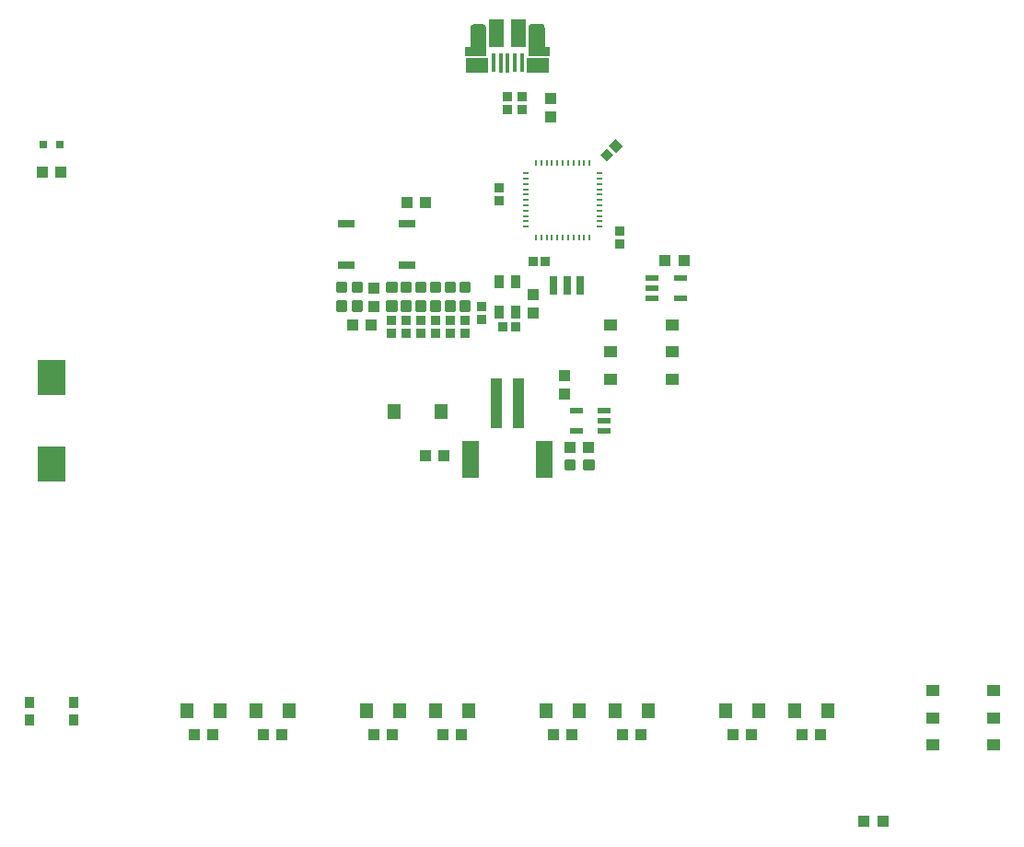
<source format=gtp>
G75*
%MOIN*%
%OFA0B0*%
%FSLAX25Y25*%
%IPPOS*%
%LPD*%
%AMOC8*
5,1,8,0,0,1.08239X$1,22.5*
%
%ADD10R,0.04724X0.02165*%
%ADD11C,0.01181*%
%ADD12R,0.04331X0.03937*%
%ADD13R,0.04528X0.03937*%
%ADD14R,0.06000X0.03000*%
%ADD15R,0.03937X0.04331*%
%ADD16R,0.03543X0.03346*%
%ADD17R,0.03346X0.03543*%
%ADD18R,0.02756X0.06693*%
%ADD19R,0.05000X0.05787*%
%ADD20R,0.00900X0.02150*%
%ADD21R,0.02150X0.00900*%
%ADD22R,0.07874X0.05748*%
%ADD23R,0.05610X0.09843*%
%ADD24C,0.03937*%
%ADD25C,0.04331*%
%ADD26C,0.00197*%
%ADD27R,0.03937X0.18110*%
%ADD28R,0.06299X0.13386*%
%ADD29R,0.09843X0.12598*%
%ADD30R,0.03150X0.03150*%
%ADD31R,0.04724X0.05512*%
%ADD32R,0.03543X0.03937*%
%ADD33R,0.03543X0.04724*%
D10*
X0287477Y0427660D03*
X0287477Y0435140D03*
X0297714Y0435140D03*
X0297714Y0431400D03*
X0297714Y0427660D03*
X0314977Y0475660D03*
X0314977Y0479400D03*
X0314977Y0483140D03*
X0325214Y0483140D03*
X0325214Y0475660D03*
D11*
X0290670Y0416778D02*
X0290670Y0414022D01*
X0290670Y0416778D02*
X0293426Y0416778D01*
X0293426Y0414022D01*
X0290670Y0414022D01*
X0290670Y0415202D02*
X0293426Y0415202D01*
X0293426Y0416382D02*
X0290670Y0416382D01*
X0283764Y0416778D02*
X0283764Y0414022D01*
X0283764Y0416778D02*
X0286520Y0416778D01*
X0286520Y0414022D01*
X0283764Y0414022D01*
X0283764Y0415202D02*
X0286520Y0415202D01*
X0286520Y0416382D02*
X0283764Y0416382D01*
X0248661Y0471569D02*
X0245905Y0471569D01*
X0245905Y0474325D01*
X0248661Y0474325D01*
X0248661Y0471569D01*
X0248661Y0472749D02*
X0245905Y0472749D01*
X0245905Y0473929D02*
X0248661Y0473929D01*
X0248661Y0478475D02*
X0245905Y0478475D01*
X0245905Y0481231D01*
X0248661Y0481231D01*
X0248661Y0478475D01*
X0248661Y0479655D02*
X0245905Y0479655D01*
X0245905Y0480835D02*
X0248661Y0480835D01*
X0243348Y0478475D02*
X0240592Y0478475D01*
X0240592Y0481231D01*
X0243348Y0481231D01*
X0243348Y0478475D01*
X0243348Y0479655D02*
X0240592Y0479655D01*
X0240592Y0480835D02*
X0243348Y0480835D01*
X0243348Y0471569D02*
X0240592Y0471569D01*
X0240592Y0474325D01*
X0243348Y0474325D01*
X0243348Y0471569D01*
X0243348Y0472749D02*
X0240592Y0472749D01*
X0240592Y0473929D02*
X0243348Y0473929D01*
X0238036Y0471569D02*
X0235280Y0471569D01*
X0235280Y0474325D01*
X0238036Y0474325D01*
X0238036Y0471569D01*
X0238036Y0472749D02*
X0235280Y0472749D01*
X0235280Y0473929D02*
X0238036Y0473929D01*
X0238036Y0478475D02*
X0235280Y0478475D01*
X0235280Y0481231D01*
X0238036Y0481231D01*
X0238036Y0478475D01*
X0238036Y0479655D02*
X0235280Y0479655D01*
X0235280Y0480835D02*
X0238036Y0480835D01*
X0232723Y0478475D02*
X0229967Y0478475D01*
X0229967Y0481231D01*
X0232723Y0481231D01*
X0232723Y0478475D01*
X0232723Y0479655D02*
X0229967Y0479655D01*
X0229967Y0480835D02*
X0232723Y0480835D01*
X0232723Y0471569D02*
X0229967Y0471569D01*
X0229967Y0474325D01*
X0232723Y0474325D01*
X0232723Y0471569D01*
X0232723Y0472749D02*
X0229967Y0472749D01*
X0229967Y0473929D02*
X0232723Y0473929D01*
X0227411Y0471569D02*
X0224655Y0471569D01*
X0224655Y0474325D01*
X0227411Y0474325D01*
X0227411Y0471569D01*
X0227411Y0472749D02*
X0224655Y0472749D01*
X0224655Y0473929D02*
X0227411Y0473929D01*
X0227411Y0478475D02*
X0224655Y0478475D01*
X0224655Y0481231D01*
X0227411Y0481231D01*
X0227411Y0478475D01*
X0227411Y0479655D02*
X0224655Y0479655D01*
X0224655Y0480835D02*
X0227411Y0480835D01*
X0222098Y0478475D02*
X0219342Y0478475D01*
X0219342Y0481231D01*
X0222098Y0481231D01*
X0222098Y0478475D01*
X0222098Y0479655D02*
X0219342Y0479655D01*
X0219342Y0480835D02*
X0222098Y0480835D01*
X0222098Y0471569D02*
X0219342Y0471569D01*
X0219342Y0474325D01*
X0222098Y0474325D01*
X0222098Y0471569D01*
X0222098Y0472749D02*
X0219342Y0472749D01*
X0219342Y0473929D02*
X0222098Y0473929D01*
X0209598Y0474325D02*
X0206842Y0474325D01*
X0209598Y0474325D02*
X0209598Y0471569D01*
X0206842Y0471569D01*
X0206842Y0474325D01*
X0206842Y0472749D02*
X0209598Y0472749D01*
X0209598Y0473929D02*
X0206842Y0473929D01*
X0203973Y0474325D02*
X0201217Y0474325D01*
X0203973Y0474325D02*
X0203973Y0471569D01*
X0201217Y0471569D01*
X0201217Y0474325D01*
X0201217Y0472749D02*
X0203973Y0472749D01*
X0203973Y0473929D02*
X0201217Y0473929D01*
X0201217Y0481231D02*
X0203973Y0481231D01*
X0203973Y0478475D01*
X0201217Y0478475D01*
X0201217Y0481231D01*
X0201217Y0479655D02*
X0203973Y0479655D01*
X0203973Y0480835D02*
X0201217Y0480835D01*
X0206842Y0481231D02*
X0209598Y0481231D01*
X0209598Y0478475D01*
X0206842Y0478475D01*
X0206842Y0481231D01*
X0206842Y0479655D02*
X0209598Y0479655D01*
X0209598Y0480835D02*
X0206842Y0480835D01*
D12*
X0149249Y0317650D03*
X0155942Y0317650D03*
X0174249Y0317650D03*
X0180942Y0317650D03*
X0214249Y0317650D03*
X0220942Y0317650D03*
X0239249Y0317650D03*
X0245942Y0317650D03*
X0279249Y0317650D03*
X0285942Y0317650D03*
X0304249Y0317650D03*
X0310942Y0317650D03*
X0344249Y0317650D03*
X0350942Y0317650D03*
X0369249Y0317650D03*
X0375942Y0317650D03*
X0391749Y0286400D03*
X0398442Y0286400D03*
X0291942Y0421900D03*
X0285249Y0421900D03*
X0239692Y0418900D03*
X0232999Y0418900D03*
X0213129Y0466087D03*
X0206436Y0466087D03*
X0226155Y0510306D03*
X0232848Y0510306D03*
X0319749Y0489400D03*
X0326442Y0489400D03*
X0100942Y0521400D03*
X0094249Y0521400D03*
D13*
X0299973Y0466243D03*
X0299973Y0456400D03*
X0299973Y0446557D03*
X0322217Y0446557D03*
X0322217Y0456400D03*
X0322217Y0466243D03*
X0416473Y0333743D03*
X0416473Y0323900D03*
X0416473Y0314057D03*
X0438717Y0314057D03*
X0438717Y0323900D03*
X0438717Y0333743D03*
D14*
X0226095Y0487900D03*
X0226095Y0502900D03*
X0204095Y0502900D03*
X0204095Y0487900D03*
D15*
X0214158Y0479434D03*
X0214158Y0472741D03*
X0271970Y0470554D03*
X0271970Y0477246D03*
X0283095Y0447746D03*
X0283095Y0441054D03*
X0278095Y0541554D03*
X0278095Y0548246D03*
D16*
X0267845Y0548683D03*
X0267845Y0544117D03*
X0262658Y0544117D03*
X0262658Y0548683D03*
X0259595Y0515683D03*
X0259595Y0511117D03*
X0253220Y0472746D03*
X0253220Y0468179D03*
X0247283Y0467746D03*
X0247283Y0463179D03*
X0241970Y0463179D03*
X0241970Y0467746D03*
X0236658Y0467746D03*
X0236658Y0463179D03*
X0231345Y0463179D03*
X0231345Y0467746D03*
X0226033Y0467746D03*
X0226033Y0463179D03*
X0220720Y0463179D03*
X0220720Y0467746D03*
X0303095Y0495617D03*
X0303095Y0500183D03*
D17*
G36*
X0301040Y0527654D02*
X0298674Y0525288D01*
X0296170Y0527792D01*
X0298536Y0530158D01*
X0301040Y0527654D01*
G37*
G36*
X0304270Y0530883D02*
X0301904Y0528517D01*
X0299400Y0531021D01*
X0301766Y0533387D01*
X0304270Y0530883D01*
G37*
X0276379Y0489088D03*
X0271812Y0489088D03*
X0265504Y0465462D03*
X0260937Y0465462D03*
D18*
X0279371Y0480400D03*
X0284095Y0480400D03*
X0288820Y0480400D03*
D19*
X0238560Y0434900D03*
X0221631Y0434900D03*
D20*
X0272920Y0497925D03*
X0274895Y0497925D03*
X0276770Y0497925D03*
X0278745Y0497925D03*
X0280620Y0497925D03*
X0282595Y0497925D03*
X0284570Y0497925D03*
X0286445Y0497925D03*
X0288420Y0497925D03*
X0290295Y0497925D03*
X0292270Y0497925D03*
X0292270Y0524875D03*
X0290295Y0524875D03*
X0288420Y0524875D03*
X0286445Y0524875D03*
X0284570Y0524875D03*
X0282595Y0524875D03*
X0280620Y0524875D03*
X0278745Y0524875D03*
X0276770Y0524875D03*
X0274895Y0524875D03*
X0272920Y0524875D03*
D21*
X0269120Y0521075D03*
X0269120Y0519100D03*
X0269120Y0517225D03*
X0269120Y0515250D03*
X0269120Y0513375D03*
X0269120Y0511400D03*
X0269120Y0509425D03*
X0269120Y0507550D03*
X0269120Y0505575D03*
X0269120Y0503700D03*
X0269120Y0501725D03*
X0296070Y0501725D03*
X0296070Y0503700D03*
X0296070Y0505575D03*
X0296070Y0507550D03*
X0296070Y0509425D03*
X0296070Y0511400D03*
X0296070Y0513375D03*
X0296070Y0515250D03*
X0296070Y0517225D03*
X0296070Y0519100D03*
X0296070Y0521075D03*
D22*
X0273593Y0560077D03*
X0251449Y0560077D03*
D23*
X0258673Y0571722D03*
X0266448Y0571711D03*
D24*
X0271918Y0560676D02*
X0271918Y0559494D01*
X0271918Y0560676D02*
X0271918Y0560676D01*
X0271918Y0559494D01*
X0271918Y0559494D01*
X0252802Y0559534D02*
X0252802Y0560716D01*
X0252802Y0560716D01*
X0252802Y0559534D01*
X0252802Y0559534D01*
D25*
X0251960Y0570108D02*
X0251960Y0571684D01*
X0251960Y0571684D01*
X0251960Y0570108D01*
X0251960Y0570108D01*
X0273062Y0570115D02*
X0273062Y0571691D01*
X0273062Y0571691D01*
X0273062Y0570115D01*
X0273062Y0570115D01*
D26*
X0275765Y0570174D02*
X0270265Y0570174D01*
X0270265Y0570369D02*
X0275765Y0570369D01*
X0275765Y0570564D02*
X0270265Y0570564D01*
X0270265Y0570760D02*
X0275765Y0570760D01*
X0275765Y0570955D02*
X0270265Y0570955D01*
X0270265Y0571150D02*
X0275765Y0571150D01*
X0275765Y0571346D02*
X0270265Y0571346D01*
X0270265Y0571541D02*
X0275765Y0571541D01*
X0275765Y0571737D02*
X0270265Y0571737D01*
X0270265Y0571932D02*
X0275765Y0571932D01*
X0275765Y0572127D02*
X0270265Y0572127D01*
X0270265Y0572323D02*
X0275765Y0572323D01*
X0275765Y0572518D02*
X0270265Y0572518D01*
X0270265Y0572713D02*
X0275765Y0572713D01*
X0275765Y0572909D02*
X0270265Y0572909D01*
X0270265Y0573104D02*
X0275765Y0573104D01*
X0275765Y0573299D02*
X0270265Y0573299D01*
X0270265Y0573495D02*
X0275765Y0573495D01*
X0275765Y0573690D02*
X0270265Y0573690D01*
X0270265Y0573820D02*
X0270298Y0574109D01*
X0270394Y0574384D01*
X0270549Y0574631D01*
X0270755Y0574836D01*
X0271001Y0574991D01*
X0271276Y0575087D01*
X0271565Y0575120D01*
X0274565Y0575120D01*
X0274832Y0575090D01*
X0275086Y0575001D01*
X0275313Y0574858D01*
X0275503Y0574668D01*
X0275646Y0574441D01*
X0275735Y0574187D01*
X0275765Y0573920D01*
X0275765Y0567020D01*
X0275773Y0566982D01*
X0275794Y0566949D01*
X0275827Y0566928D01*
X0275865Y0566920D01*
X0277665Y0566920D01*
X0277665Y0563720D01*
X0270265Y0563720D01*
X0270265Y0573820D01*
X0270273Y0573885D02*
X0275765Y0573885D01*
X0275747Y0574081D02*
X0270295Y0574081D01*
X0270356Y0574276D02*
X0275704Y0574276D01*
X0275627Y0574472D02*
X0270449Y0574472D01*
X0270585Y0574667D02*
X0275504Y0574667D01*
X0275307Y0574862D02*
X0270796Y0574862D01*
X0271191Y0575058D02*
X0274924Y0575058D01*
X0275765Y0569978D02*
X0270265Y0569978D01*
X0270265Y0569783D02*
X0275765Y0569783D01*
X0275765Y0569588D02*
X0270265Y0569588D01*
X0270265Y0569392D02*
X0275765Y0569392D01*
X0275765Y0569197D02*
X0270265Y0569197D01*
X0270265Y0569001D02*
X0275765Y0569001D01*
X0275765Y0568806D02*
X0270265Y0568806D01*
X0270265Y0568611D02*
X0275765Y0568611D01*
X0275765Y0568415D02*
X0270265Y0568415D01*
X0270265Y0568220D02*
X0275765Y0568220D01*
X0275765Y0568025D02*
X0270265Y0568025D01*
X0270265Y0567829D02*
X0275765Y0567829D01*
X0275765Y0567634D02*
X0270265Y0567634D01*
X0270265Y0567439D02*
X0275765Y0567439D01*
X0275765Y0567243D02*
X0270265Y0567243D01*
X0270265Y0567048D02*
X0275765Y0567048D01*
X0277665Y0566852D02*
X0270265Y0566852D01*
X0270265Y0566657D02*
X0277665Y0566657D01*
X0277665Y0566462D02*
X0270265Y0566462D01*
X0270265Y0566266D02*
X0277665Y0566266D01*
X0277665Y0566071D02*
X0270265Y0566071D01*
X0270265Y0565876D02*
X0277665Y0565876D01*
X0277665Y0565680D02*
X0270265Y0565680D01*
X0270265Y0565485D02*
X0277665Y0565485D01*
X0277665Y0565290D02*
X0270265Y0565290D01*
X0270265Y0565094D02*
X0277665Y0565094D01*
X0277665Y0564899D02*
X0270265Y0564899D01*
X0270265Y0564703D02*
X0277665Y0564703D01*
X0277665Y0564508D02*
X0270265Y0564508D01*
X0270265Y0564313D02*
X0277665Y0564313D01*
X0277665Y0564117D02*
X0270265Y0564117D01*
X0270265Y0563922D02*
X0277665Y0563922D01*
X0277665Y0563727D02*
X0270265Y0563727D01*
X0268101Y0563727D02*
X0267117Y0563727D01*
X0267117Y0563922D02*
X0268101Y0563922D01*
X0268101Y0564117D02*
X0267117Y0564117D01*
X0267117Y0564313D02*
X0268101Y0564313D01*
X0268101Y0564377D02*
X0268101Y0557959D01*
X0267117Y0557959D01*
X0267117Y0564377D01*
X0268101Y0564377D01*
X0268101Y0563531D02*
X0267117Y0563531D01*
X0267117Y0563336D02*
X0268101Y0563336D01*
X0268101Y0563141D02*
X0267117Y0563141D01*
X0267117Y0562945D02*
X0268101Y0562945D01*
X0268101Y0562750D02*
X0267117Y0562750D01*
X0267117Y0562555D02*
X0268101Y0562555D01*
X0268101Y0562359D02*
X0267117Y0562359D01*
X0267117Y0562164D02*
X0268101Y0562164D01*
X0268101Y0561968D02*
X0267117Y0561968D01*
X0267117Y0561773D02*
X0268101Y0561773D01*
X0268101Y0561578D02*
X0267117Y0561578D01*
X0267117Y0561382D02*
X0268101Y0561382D01*
X0268101Y0561187D02*
X0267117Y0561187D01*
X0267117Y0560992D02*
X0268101Y0560992D01*
X0268101Y0560796D02*
X0267117Y0560796D01*
X0267117Y0560601D02*
X0268101Y0560601D01*
X0268101Y0560406D02*
X0267117Y0560406D01*
X0267117Y0560210D02*
X0268101Y0560210D01*
X0268101Y0560015D02*
X0267117Y0560015D01*
X0267117Y0559819D02*
X0268101Y0559819D01*
X0268101Y0559624D02*
X0267117Y0559624D01*
X0267117Y0559429D02*
X0268101Y0559429D01*
X0268101Y0559233D02*
X0267117Y0559233D01*
X0267117Y0559038D02*
X0268101Y0559038D01*
X0268101Y0558843D02*
X0267117Y0558843D01*
X0267117Y0558647D02*
X0268101Y0558647D01*
X0268101Y0558452D02*
X0267117Y0558452D01*
X0267117Y0558257D02*
X0268101Y0558257D01*
X0268101Y0558061D02*
X0267117Y0558061D01*
X0265582Y0558061D02*
X0264597Y0558061D01*
X0264597Y0557959D02*
X0264597Y0564377D01*
X0265582Y0564377D01*
X0265582Y0557959D01*
X0264597Y0557959D01*
X0264597Y0558257D02*
X0265582Y0558257D01*
X0265582Y0558452D02*
X0264597Y0558452D01*
X0264597Y0558647D02*
X0265582Y0558647D01*
X0265582Y0558843D02*
X0264597Y0558843D01*
X0264597Y0559038D02*
X0265582Y0559038D01*
X0265582Y0559233D02*
X0264597Y0559233D01*
X0264597Y0559429D02*
X0265582Y0559429D01*
X0265582Y0559624D02*
X0264597Y0559624D01*
X0264597Y0559819D02*
X0265582Y0559819D01*
X0265582Y0560015D02*
X0264597Y0560015D01*
X0264597Y0560210D02*
X0265582Y0560210D01*
X0265582Y0560406D02*
X0264597Y0560406D01*
X0264597Y0560601D02*
X0265582Y0560601D01*
X0265582Y0560796D02*
X0264597Y0560796D01*
X0264597Y0560992D02*
X0265582Y0560992D01*
X0265582Y0561187D02*
X0264597Y0561187D01*
X0264597Y0561382D02*
X0265582Y0561382D01*
X0265582Y0561578D02*
X0264597Y0561578D01*
X0264597Y0561773D02*
X0265582Y0561773D01*
X0265582Y0561968D02*
X0264597Y0561968D01*
X0264597Y0562164D02*
X0265582Y0562164D01*
X0265582Y0562359D02*
X0264597Y0562359D01*
X0264597Y0562555D02*
X0265582Y0562555D01*
X0265582Y0562750D02*
X0264597Y0562750D01*
X0264597Y0562945D02*
X0265582Y0562945D01*
X0265582Y0563141D02*
X0264597Y0563141D01*
X0264597Y0563336D02*
X0265582Y0563336D01*
X0265582Y0563531D02*
X0264597Y0563531D01*
X0264597Y0563727D02*
X0265582Y0563727D01*
X0265582Y0563922D02*
X0264597Y0563922D01*
X0264597Y0564117D02*
X0265582Y0564117D01*
X0265582Y0564313D02*
X0264597Y0564313D01*
X0263023Y0564313D02*
X0262038Y0564313D01*
X0262038Y0564337D02*
X0263023Y0564337D01*
X0263023Y0557920D01*
X0262038Y0557920D01*
X0262038Y0564337D01*
X0262038Y0564117D02*
X0263023Y0564117D01*
X0263023Y0563922D02*
X0262038Y0563922D01*
X0262038Y0563727D02*
X0263023Y0563727D01*
X0263023Y0563531D02*
X0262038Y0563531D01*
X0262038Y0563336D02*
X0263023Y0563336D01*
X0263023Y0563141D02*
X0262038Y0563141D01*
X0262038Y0562945D02*
X0263023Y0562945D01*
X0263023Y0562750D02*
X0262038Y0562750D01*
X0262038Y0562555D02*
X0263023Y0562555D01*
X0263023Y0562359D02*
X0262038Y0562359D01*
X0262038Y0562164D02*
X0263023Y0562164D01*
X0263023Y0561968D02*
X0262038Y0561968D01*
X0262038Y0561773D02*
X0263023Y0561773D01*
X0263023Y0561578D02*
X0262038Y0561578D01*
X0262038Y0561382D02*
X0263023Y0561382D01*
X0263023Y0561187D02*
X0262038Y0561187D01*
X0262038Y0560992D02*
X0263023Y0560992D01*
X0263023Y0560796D02*
X0262038Y0560796D01*
X0262038Y0560601D02*
X0263023Y0560601D01*
X0263023Y0560406D02*
X0262038Y0560406D01*
X0262038Y0560210D02*
X0263023Y0560210D01*
X0263023Y0560015D02*
X0262038Y0560015D01*
X0262038Y0559819D02*
X0263023Y0559819D01*
X0263023Y0559624D02*
X0262038Y0559624D01*
X0262038Y0559429D02*
X0263023Y0559429D01*
X0263023Y0559233D02*
X0262038Y0559233D01*
X0262038Y0559038D02*
X0263023Y0559038D01*
X0263023Y0558843D02*
X0262038Y0558843D01*
X0262038Y0558647D02*
X0263023Y0558647D01*
X0263023Y0558452D02*
X0262038Y0558452D01*
X0262038Y0558257D02*
X0263023Y0558257D01*
X0263023Y0558061D02*
X0262038Y0558061D01*
X0260424Y0558061D02*
X0259440Y0558061D01*
X0259440Y0557920D02*
X0259440Y0564337D01*
X0260424Y0564337D01*
X0260424Y0557920D01*
X0259440Y0557920D01*
X0259440Y0558257D02*
X0260424Y0558257D01*
X0260424Y0558452D02*
X0259440Y0558452D01*
X0259440Y0558647D02*
X0260424Y0558647D01*
X0260424Y0558843D02*
X0259440Y0558843D01*
X0259440Y0559038D02*
X0260424Y0559038D01*
X0260424Y0559233D02*
X0259440Y0559233D01*
X0259440Y0559429D02*
X0260424Y0559429D01*
X0260424Y0559624D02*
X0259440Y0559624D01*
X0259440Y0559819D02*
X0260424Y0559819D01*
X0260424Y0560015D02*
X0259440Y0560015D01*
X0259440Y0560210D02*
X0260424Y0560210D01*
X0260424Y0560406D02*
X0259440Y0560406D01*
X0259440Y0560601D02*
X0260424Y0560601D01*
X0260424Y0560796D02*
X0259440Y0560796D01*
X0259440Y0560992D02*
X0260424Y0560992D01*
X0260424Y0561187D02*
X0259440Y0561187D01*
X0259440Y0561382D02*
X0260424Y0561382D01*
X0260424Y0561578D02*
X0259440Y0561578D01*
X0259440Y0561773D02*
X0260424Y0561773D01*
X0260424Y0561968D02*
X0259440Y0561968D01*
X0259440Y0562164D02*
X0260424Y0562164D01*
X0260424Y0562359D02*
X0259440Y0562359D01*
X0259440Y0562555D02*
X0260424Y0562555D01*
X0260424Y0562750D02*
X0259440Y0562750D01*
X0259440Y0562945D02*
X0260424Y0562945D01*
X0260424Y0563141D02*
X0259440Y0563141D01*
X0259440Y0563336D02*
X0260424Y0563336D01*
X0260424Y0563531D02*
X0259440Y0563531D01*
X0259440Y0563727D02*
X0260424Y0563727D01*
X0260424Y0563922D02*
X0259440Y0563922D01*
X0259440Y0564117D02*
X0260424Y0564117D01*
X0260424Y0564313D02*
X0259440Y0564313D01*
X0257865Y0564313D02*
X0256881Y0564313D01*
X0256881Y0564377D02*
X0257865Y0564377D01*
X0257865Y0557959D01*
X0256881Y0557959D01*
X0256881Y0564377D01*
X0256881Y0564117D02*
X0257865Y0564117D01*
X0257865Y0563922D02*
X0256881Y0563922D01*
X0256881Y0563727D02*
X0257865Y0563727D01*
X0257865Y0563531D02*
X0256881Y0563531D01*
X0256881Y0563336D02*
X0257865Y0563336D01*
X0257865Y0563141D02*
X0256881Y0563141D01*
X0256881Y0562945D02*
X0257865Y0562945D01*
X0257865Y0562750D02*
X0256881Y0562750D01*
X0256881Y0562555D02*
X0257865Y0562555D01*
X0257865Y0562359D02*
X0256881Y0562359D01*
X0256881Y0562164D02*
X0257865Y0562164D01*
X0257865Y0561968D02*
X0256881Y0561968D01*
X0256881Y0561773D02*
X0257865Y0561773D01*
X0257865Y0561578D02*
X0256881Y0561578D01*
X0256881Y0561382D02*
X0257865Y0561382D01*
X0257865Y0561187D02*
X0256881Y0561187D01*
X0256881Y0560992D02*
X0257865Y0560992D01*
X0257865Y0560796D02*
X0256881Y0560796D01*
X0256881Y0560601D02*
X0257865Y0560601D01*
X0257865Y0560406D02*
X0256881Y0560406D01*
X0256881Y0560210D02*
X0257865Y0560210D01*
X0257865Y0560015D02*
X0256881Y0560015D01*
X0256881Y0559819D02*
X0257865Y0559819D01*
X0257865Y0559624D02*
X0256881Y0559624D01*
X0256881Y0559429D02*
X0257865Y0559429D01*
X0257865Y0559233D02*
X0256881Y0559233D01*
X0256881Y0559038D02*
X0257865Y0559038D01*
X0257865Y0558843D02*
X0256881Y0558843D01*
X0256881Y0558647D02*
X0257865Y0558647D01*
X0257865Y0558452D02*
X0256881Y0558452D01*
X0256881Y0558257D02*
X0257865Y0558257D01*
X0257865Y0558061D02*
X0256881Y0558061D01*
X0254665Y0563720D02*
X0254665Y0573720D01*
X0254633Y0574009D01*
X0254536Y0574284D01*
X0254382Y0574531D01*
X0254176Y0574736D01*
X0253929Y0574891D01*
X0253654Y0574987D01*
X0253365Y0575020D01*
X0250465Y0575020D01*
X0250198Y0574990D01*
X0249944Y0574901D01*
X0249717Y0574758D01*
X0249527Y0574568D01*
X0249384Y0574341D01*
X0249295Y0574087D01*
X0249265Y0573820D01*
X0249265Y0566920D01*
X0249258Y0566882D01*
X0249236Y0566849D01*
X0249203Y0566828D01*
X0249165Y0566820D01*
X0247265Y0566820D01*
X0247265Y0563720D01*
X0254665Y0563720D01*
X0254665Y0563727D02*
X0247265Y0563727D01*
X0247265Y0563922D02*
X0254665Y0563922D01*
X0254665Y0564117D02*
X0247265Y0564117D01*
X0247265Y0564313D02*
X0254665Y0564313D01*
X0254665Y0564508D02*
X0247265Y0564508D01*
X0247265Y0564703D02*
X0254665Y0564703D01*
X0254665Y0564899D02*
X0247265Y0564899D01*
X0247265Y0565094D02*
X0254665Y0565094D01*
X0254665Y0565290D02*
X0247265Y0565290D01*
X0247265Y0565485D02*
X0254665Y0565485D01*
X0254665Y0565680D02*
X0247265Y0565680D01*
X0247265Y0565876D02*
X0254665Y0565876D01*
X0254665Y0566071D02*
X0247265Y0566071D01*
X0247265Y0566266D02*
X0254665Y0566266D01*
X0254665Y0566462D02*
X0247265Y0566462D01*
X0247265Y0566657D02*
X0254665Y0566657D01*
X0254665Y0566852D02*
X0249238Y0566852D01*
X0249265Y0567048D02*
X0254665Y0567048D01*
X0254665Y0567243D02*
X0249265Y0567243D01*
X0249265Y0567439D02*
X0254665Y0567439D01*
X0254665Y0567634D02*
X0249265Y0567634D01*
X0249265Y0567829D02*
X0254665Y0567829D01*
X0254665Y0568025D02*
X0249265Y0568025D01*
X0249265Y0568220D02*
X0254665Y0568220D01*
X0254665Y0568415D02*
X0249265Y0568415D01*
X0249265Y0568611D02*
X0254665Y0568611D01*
X0254665Y0568806D02*
X0249265Y0568806D01*
X0249265Y0569001D02*
X0254665Y0569001D01*
X0254665Y0569197D02*
X0249265Y0569197D01*
X0249265Y0569392D02*
X0254665Y0569392D01*
X0254665Y0569588D02*
X0249265Y0569588D01*
X0249265Y0569783D02*
X0254665Y0569783D01*
X0254665Y0569978D02*
X0249265Y0569978D01*
X0249265Y0570174D02*
X0254665Y0570174D01*
X0254665Y0570369D02*
X0249265Y0570369D01*
X0249265Y0570564D02*
X0254665Y0570564D01*
X0254665Y0570760D02*
X0249265Y0570760D01*
X0249265Y0570955D02*
X0254665Y0570955D01*
X0254665Y0571150D02*
X0249265Y0571150D01*
X0249265Y0571346D02*
X0254665Y0571346D01*
X0254665Y0571541D02*
X0249265Y0571541D01*
X0249265Y0571737D02*
X0254665Y0571737D01*
X0254665Y0571932D02*
X0249265Y0571932D01*
X0249265Y0572127D02*
X0254665Y0572127D01*
X0254665Y0572323D02*
X0249265Y0572323D01*
X0249265Y0572518D02*
X0254665Y0572518D01*
X0254665Y0572713D02*
X0249265Y0572713D01*
X0249265Y0572909D02*
X0254665Y0572909D01*
X0254665Y0573104D02*
X0249265Y0573104D01*
X0249265Y0573299D02*
X0254665Y0573299D01*
X0254665Y0573495D02*
X0249265Y0573495D01*
X0249265Y0573690D02*
X0254665Y0573690D01*
X0254647Y0573885D02*
X0249273Y0573885D01*
X0249295Y0574081D02*
X0254608Y0574081D01*
X0254539Y0574276D02*
X0249361Y0574276D01*
X0249466Y0574472D02*
X0254419Y0574472D01*
X0254245Y0574667D02*
X0249626Y0574667D01*
X0249883Y0574862D02*
X0253975Y0574862D01*
D27*
X0258658Y0437842D03*
X0266532Y0437842D03*
D28*
X0275981Y0417369D03*
X0249209Y0417369D03*
D29*
X0097595Y0415652D03*
X0097595Y0447148D03*
D30*
X0094642Y0531400D03*
X0100548Y0531400D03*
D31*
X0146690Y0326400D03*
X0158501Y0326400D03*
X0171690Y0326400D03*
X0183501Y0326400D03*
X0211690Y0326400D03*
X0223501Y0326400D03*
X0236690Y0326400D03*
X0248501Y0326400D03*
X0276690Y0326400D03*
X0288501Y0326400D03*
X0301690Y0326400D03*
X0313501Y0326400D03*
X0341690Y0326400D03*
X0353501Y0326400D03*
X0366690Y0326400D03*
X0378501Y0326400D03*
D32*
X0105666Y0323250D03*
X0105666Y0329550D03*
X0089524Y0329550D03*
X0089524Y0323250D03*
D33*
X0259741Y0470888D03*
X0265449Y0470888D03*
X0265449Y0481912D03*
X0259741Y0481912D03*
M02*

</source>
